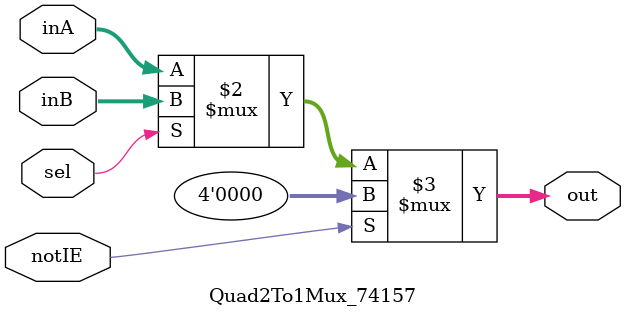
<source format=v>
`ifndef QUAD_2_TO_1_MUX_74157_INCLUDED
`define QUAD_2_TO_1_MUX_74157_INCLUDED

module Quad2To1Mux_74157(notIE, sel, inA, inB, out);
	input notIE;
	input sel;
	output[3:0] out;
	input[3:0] inA;
	input[3:0] inB;

	assign #(25+15) out = !notIE ? (sel ? inB : inA) : 4'b0000;

endmodule

`endif

</source>
